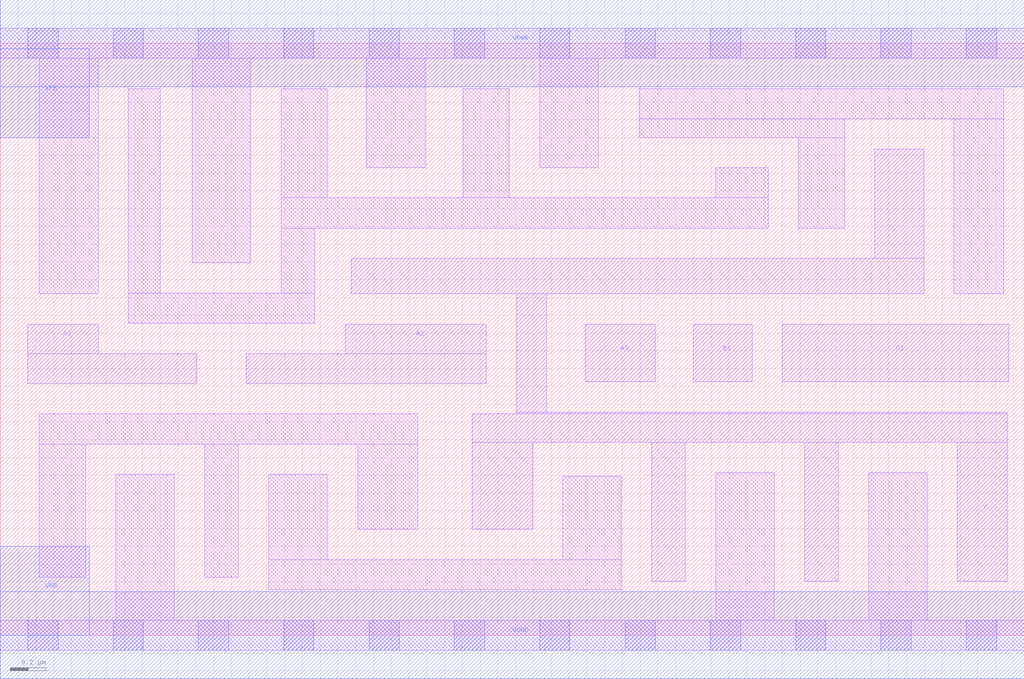
<source format=lef>
# Copyright 2020 The SkyWater PDK Authors
#
# Licensed under the Apache License, Version 2.0 (the "License");
# you may not use this file except in compliance with the License.
# You may obtain a copy of the License at
#
#     https://www.apache.org/licenses/LICENSE-2.0
#
# Unless required by applicable law or agreed to in writing, software
# distributed under the License is distributed on an "AS IS" BASIS,
# WITHOUT WARRANTIES OR CONDITIONS OF ANY KIND, either express or implied.
# See the License for the specific language governing permissions and
# limitations under the License.
#
# SPDX-License-Identifier: Apache-2.0

VERSION 5.5 ;
NAMESCASESENSITIVE ON ;
BUSBITCHARS "[]" ;
DIVIDERCHAR "/" ;
MACRO sky130_fd_sc_lp__a311oi_2
  CLASS CORE ;
  SOURCE USER ;
  ORIGIN  0.000000  0.000000 ;
  SIZE  5.760000 BY  3.330000 ;
  SYMMETRY X Y R90 ;
  SITE unit ;
  PIN A1
    ANTENNAGATEAREA  0.630000 ;
    DIRECTION INPUT ;
    USE SIGNAL ;
    PORT
      LAYER li1 ;
        RECT 3.290000 1.425000 3.685000 1.750000 ;
    END
  END A1
  PIN A2
    ANTENNAGATEAREA  0.630000 ;
    DIRECTION INPUT ;
    USE SIGNAL ;
    PORT
      LAYER li1 ;
        RECT 1.385000 1.415000 2.735000 1.585000 ;
        RECT 1.940000 1.585000 2.735000 1.750000 ;
    END
  END A2
  PIN A3
    ANTENNAGATEAREA  0.630000 ;
    DIRECTION INPUT ;
    USE SIGNAL ;
    PORT
      LAYER li1 ;
        RECT 0.155000 1.415000 1.105000 1.585000 ;
        RECT 0.155000 1.585000 0.550000 1.750000 ;
    END
  END A3
  PIN B1
    ANTENNAGATEAREA  0.630000 ;
    DIRECTION INPUT ;
    USE SIGNAL ;
    PORT
      LAYER li1 ;
        RECT 3.900000 1.425000 4.230000 1.750000 ;
    END
  END B1
  PIN C1
    ANTENNAGATEAREA  0.630000 ;
    DIRECTION INPUT ;
    USE SIGNAL ;
    PORT
      LAYER li1 ;
        RECT 4.400000 1.425000 5.675000 1.750000 ;
    END
  END C1
  PIN Y
    ANTENNADIFFAREA  1.352400 ;
    DIRECTION OUTPUT ;
    USE SIGNAL ;
    PORT
      LAYER li1 ;
        RECT 1.975000 1.920000 5.195000 2.120000 ;
        RECT 2.655000 0.595000 2.995000 1.085000 ;
        RECT 2.655000 1.085000 5.665000 1.245000 ;
        RECT 2.905000 1.245000 5.665000 1.255000 ;
        RECT 2.905000 1.255000 3.075000 1.920000 ;
        RECT 3.665000 0.305000 3.855000 1.085000 ;
        RECT 4.525000 0.305000 4.715000 1.085000 ;
        RECT 4.920000 2.120000 5.195000 2.735000 ;
        RECT 5.385000 0.305000 5.665000 1.085000 ;
    END
  END Y
  PIN VGND
    DIRECTION INOUT ;
    USE GROUND ;
    PORT
      LAYER met1 ;
        RECT 0.000000 -0.245000 5.760000 0.245000 ;
    END
  END VGND
  PIN VNB
    DIRECTION INOUT ;
    USE GROUND ;
    PORT
      LAYER met1 ;
        RECT 0.000000 0.000000 0.500000 0.500000 ;
    END
  END VNB
  PIN VPB
    DIRECTION INOUT ;
    USE POWER ;
    PORT
      LAYER met1 ;
        RECT 0.000000 2.800000 0.500000 3.300000 ;
    END
  END VPB
  PIN VPWR
    DIRECTION INOUT ;
    USE POWER ;
    PORT
      LAYER met1 ;
        RECT 0.000000 3.085000 5.760000 3.575000 ;
    END
  END VPWR
  OBS
    LAYER li1 ;
      RECT 0.000000 -0.085000 5.760000 0.085000 ;
      RECT 0.000000  3.245000 5.760000 3.415000 ;
      RECT 0.220000  0.325000 0.480000 1.075000 ;
      RECT 0.220000  1.075000 2.350000 1.245000 ;
      RECT 0.220000  1.920000 0.550000 3.245000 ;
      RECT 0.650000  0.085000 0.980000 0.905000 ;
      RECT 0.720000  1.755000 1.770000 1.925000 ;
      RECT 0.720000  1.925000 0.900000 3.075000 ;
      RECT 1.080000  2.095000 1.410000 3.245000 ;
      RECT 1.150000  0.325000 1.340000 1.075000 ;
      RECT 1.510000  0.255000 3.495000 0.425000 ;
      RECT 1.510000  0.425000 1.840000 0.905000 ;
      RECT 1.580000  1.925000 1.770000 2.290000 ;
      RECT 1.580000  2.290000 4.320000 2.460000 ;
      RECT 1.580000  2.460000 1.840000 3.075000 ;
      RECT 2.010000  0.595000 2.350000 1.075000 ;
      RECT 2.060000  2.630000 2.390000 3.245000 ;
      RECT 2.605000  2.460000 2.865000 3.075000 ;
      RECT 3.035000  2.630000 3.365000 3.245000 ;
      RECT 3.165000  0.425000 3.495000 0.895000 ;
      RECT 3.595000  2.800000 4.750000 2.905000 ;
      RECT 3.595000  2.905000 5.645000 3.075000 ;
      RECT 4.025000  0.085000 4.355000 0.915000 ;
      RECT 4.025000  2.460000 4.320000 2.630000 ;
      RECT 4.490000  2.290000 4.750000 2.800000 ;
      RECT 4.885000  0.085000 5.215000 0.915000 ;
      RECT 5.365000  1.920000 5.645000 2.905000 ;
    LAYER mcon ;
      RECT 0.155000 -0.085000 0.325000 0.085000 ;
      RECT 0.155000  3.245000 0.325000 3.415000 ;
      RECT 0.635000 -0.085000 0.805000 0.085000 ;
      RECT 0.635000  3.245000 0.805000 3.415000 ;
      RECT 1.115000 -0.085000 1.285000 0.085000 ;
      RECT 1.115000  3.245000 1.285000 3.415000 ;
      RECT 1.595000 -0.085000 1.765000 0.085000 ;
      RECT 1.595000  3.245000 1.765000 3.415000 ;
      RECT 2.075000 -0.085000 2.245000 0.085000 ;
      RECT 2.075000  3.245000 2.245000 3.415000 ;
      RECT 2.555000 -0.085000 2.725000 0.085000 ;
      RECT 2.555000  3.245000 2.725000 3.415000 ;
      RECT 3.035000 -0.085000 3.205000 0.085000 ;
      RECT 3.035000  3.245000 3.205000 3.415000 ;
      RECT 3.515000 -0.085000 3.685000 0.085000 ;
      RECT 3.515000  3.245000 3.685000 3.415000 ;
      RECT 3.995000 -0.085000 4.165000 0.085000 ;
      RECT 3.995000  3.245000 4.165000 3.415000 ;
      RECT 4.475000 -0.085000 4.645000 0.085000 ;
      RECT 4.475000  3.245000 4.645000 3.415000 ;
      RECT 4.955000 -0.085000 5.125000 0.085000 ;
      RECT 4.955000  3.245000 5.125000 3.415000 ;
      RECT 5.435000 -0.085000 5.605000 0.085000 ;
      RECT 5.435000  3.245000 5.605000 3.415000 ;
  END
END sky130_fd_sc_lp__a311oi_2
END LIBRARY

</source>
